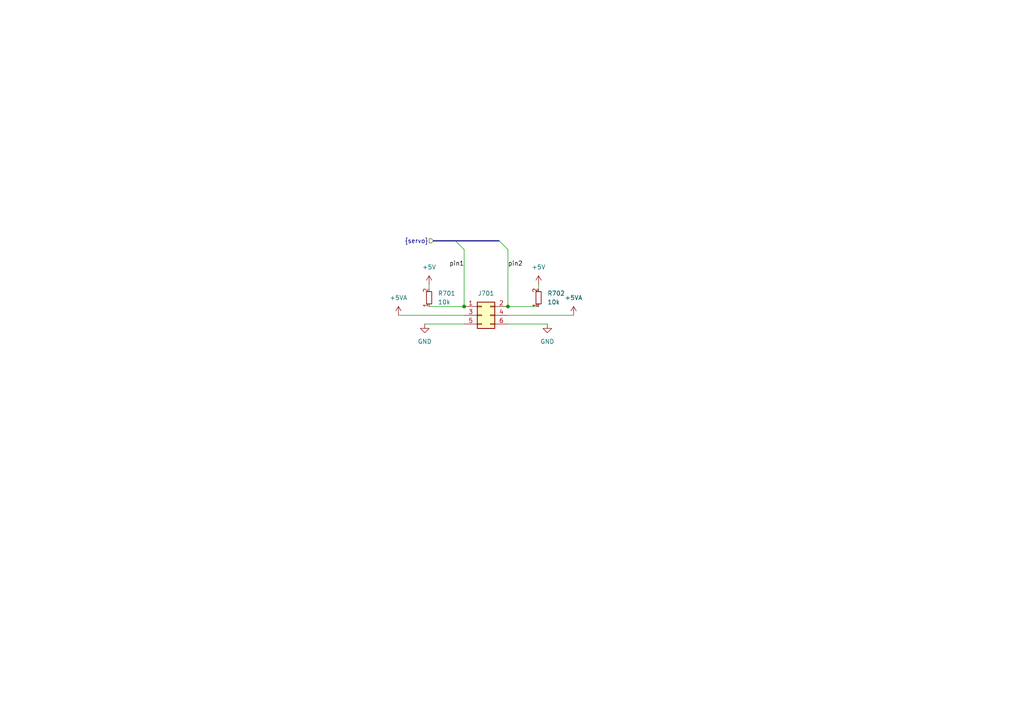
<source format=kicad_sch>
(kicad_sch (version 20231120) (generator "eeschema") (generator_version "8.0")
  (paper "A4")
  (lib_symbols
    (symbol "Connector_Generic:Conn_02x03_Odd_Even" (pin_names (offset 1.016) hide)
      (property "Reference" "J" (at 1.27 5.08 0))
      (property "Value" "Conn_02x03_Odd_Even" (at 1.27 -5.08 0))
      (symbol "Conn_02x03_Odd_Even_1_1"
        (rectangle (start -1.27 -2.413) (end 0 -2.667) (stroke (width 0.1524)))
        (rectangle (start -1.27 0.127) (end 0 -0.127) (stroke (width 0.1524)))
        (rectangle (start -1.27 2.667) (end 0 2.413) (stroke (width 0.1524)))
        (rectangle (start -1.27 3.81) (end 3.81 -3.81) (stroke (width 0.254)) (fill (type background)))
        (rectangle (start 3.81 -2.413) (end 2.54 -2.667) (stroke (width 0.1524)))
        (rectangle (start 3.81 0.127) (end 2.54 -0.127) (stroke (width 0.1524)))
        (rectangle (start 3.81 2.667) (end 2.54 2.413) (stroke (width 0.1524)))
        (pin passive line (at -5.08 2.54 0) (length 3.81) (name "Pin_1") (number "1"))
        (pin passive line (at 7.62 2.54 180) (length 3.81) (name "Pin_2") (number "2"))
        (pin passive line (at -5.08 0 0) (length 3.81) (name "Pin_3") (number "3"))
        (pin passive line (at 7.62 0 180) (length 3.81) (name "Pin_4") (number "4"))
        (pin passive line (at -5.08 -2.54 0) (length 3.81) (name "Pin_5") (number "5"))
        (pin passive line (at 7.62 -2.54 180) (length 3.81) (name "Pin_6") (number "6"))
      )
    )
    (symbol "power:+5V" (power) (pin_names (offset 0))
      (property "Value" "+5V" (at 0 3.556 0))
      (symbol "+5V_0_1"
        (polyline (pts (xy -0.762 1.27) (xy 0 2.54)))
        (polyline (pts (xy 0 0) (xy 0 2.54)))
        (polyline (pts (xy 0 2.54) (xy 0.762 1.27)))
      )
      (symbol "+5V_1_1"
        (pin power_in line (at 0 0 90) (length 0) hide (name "+5V") (number "1"))
      )
    )
    (symbol "power:+5VA" (power) (pin_names (offset 0))
      (property "Value" "+5VA" (at 0 3.556 0))
      (symbol "+5VA_0_1"
        (polyline (pts (xy -0.762 1.27) (xy 0 2.54)))
        (polyline (pts (xy 0 0) (xy 0 2.54)))
        (polyline (pts (xy 0 2.54) (xy 0.762 1.27)))
      )
      (symbol "+5VA_1_1"
        (pin power_in line (at 0 0 90) (length 0) hide (name "+5VA") (number "1"))
      )
    )
    (symbol "power:GND" (power) (pin_names (offset 0))
      (property "Value" "GND" (at 0 -3.81 0))
      (symbol "GND_0_1"
        (polyline (pts (xy 0 0) (xy 0 -1.27) (xy 1.27 -1.27) (xy 0 -2.54) (xy -1.27 -1.27) (xy 0 -1.27)))
      )
      (symbol "GND_1_1"
        (pin power_in line (at 0 0 270) (length 0) hide (name "GND") (number "1"))
      )
    )
    (symbol "resistors_0603:R_10k_0603"
      (property "Reference" "R" (at 1.27 2.54 0))
      (property "Value" "10k" (at 2.54 -2.54 0))
      (symbol "R_10k_0603_0_1"
        (rectangle (start -0.762 1.778) (end 0.762 -1.778) (stroke (width 0.2032)))
      )
      (symbol "R_10k_0603_1_1"
        (pin passive line (at 0 2.54 270) (length 0.762) (name "~") (number "1"))
        (pin passive line (at 0 -2.54 90) (length 0.762) (name "~") (number "2"))
      )
    )
  )
  (junction (at 147.32 88.9))
  (junction (at 134.62 88.9))
  (bus_entry (at 132.08 69.85) (size 2.54 2.54))
  (bus_entry (at 144.78 69.85) (size 2.54 2.54))
  (wire (pts (xy 134.62 93.98) (xy 123.19 93.98)))
  (wire (pts (xy 134.62 72.39) (xy 134.62 88.9)))
  (wire (pts (xy 147.32 88.9) (xy 156.21 88.9)))
  (wire (pts (xy 124.46 88.9) (xy 134.62 88.9)))
  (wire (pts (xy 156.21 82.55) (xy 156.21 83.82)))
  (wire (pts (xy 124.46 82.55) (xy 124.46 83.82)))
  (bus (pts (xy 144.78 69.85) (xy 132.08 69.85)))
  (wire (pts (xy 115.57 91.44) (xy 134.62 91.44)))
  (wire (pts (xy 147.32 72.39) (xy 147.32 88.9)))
  (wire (pts (xy 147.32 93.98) (xy 158.75 93.98)))
  (bus (pts (xy 132.08 69.85) (xy 125.73 69.85)))
  (wire (pts (xy 166.37 91.44) (xy 147.32 91.44)))
  (label "pin1" (at 134.62 77.47 180))
  (label "pin2" (at 147.32 77.47 0))
  (hierarchical_label "{servo}" (shape input) (at 125.73 69.85 180))
  (symbol (lib_id "power:GND") (at 158.75 93.98 0) (unit 1)
    (property "Reference" "#PWR0701" (effects (hide yes)))
    (property "Value" "GND" (at 158.75 99.06 0))
    (instances (project "OS-servoDriver" (path "" (reference "#PWR0701") (unit 1)) (path "" (reference "#PWR0801") (unit 1)) (path "" (reference "#PWR0901") (unit 1)) (path "" (reference "#PWR01001") (unit 1))))
  )
  (symbol (lib_id "power:+5VA") (at 166.37 91.44 0) (mirror y) (unit 1)
    (property "Reference" "#PWR0704" (effects (hide yes)))
    (property "Value" "+5VA" (at 166.37 86.36 0))
    (instances (project "OS-servoDriver" (path "" (reference "#PWR0704") (unit 1)) (path "" (reference "#PWR0804") (unit 1)) (path "" (reference "#PWR0904") (unit 1)) (path "" (reference "#PWR01004") (unit 1))))
  )
  (symbol (lib_id "Connector_Generic:Conn_02x03_Odd_Even") (at 139.7 91.44 0) (unit 1)
    (property "Reference" "J701" (at 140.97 85.09 0))
    (property "Value" "Conn_02x03_Odd_Even" (effects (hide yes)))
    (property "Footprint" "Connector_PinHeader_2.54mm:PinHeader_2x03_P2.54mm_Vertical" (effects (hide yes)))
    (property "JLCPCB Part#" "C65114" (effects (hide yes)))
    (instances (project "OS-servoDriver" (path "" (reference "J701") (unit 1)) (path "" (reference "J801") (unit 1)) (path "" (reference "J901") (unit 1)) (path "" (reference "J1001") (unit 1))))
  )
  (symbol (lib_id "power:+5V") (at 124.46 82.55 0) (unit 1)
    (property "Reference" "#PWR0705" (effects (hide yes)))
    (property "Value" "+5V" (at 124.46 77.47 0))
    (instances (project "OS-servoDriver" (path "" (reference "#PWR0705") (unit 1)) (path "" (reference "#PWR0805") (unit 1)) (path "" (reference "#PWR0905") (unit 1)) (path "" (reference "#PWR01005") (unit 1))))
  )
  (symbol (lib_id "resistors_0603:R_10k_0603") (at 156.21 86.36 180) (unit 1)
    (property "Reference" "R702" (at 158.75 85.09 0) (effects (justify right)))
    (property "Value" "10k" (at 158.75 87.63 0) (effects (justify right)))
    (property "Footprint" "custom_kicad_lib_sk:R_0603_smalltext" (effects (hide yes)))
    (property "JLCPCB Part#" "C25804" (effects (hide yes)))
    (instances (project "OS-servoDriver" (path "" (reference "R702") (unit 1)) (path "" (reference "R802") (unit 1)) (path "" (reference "R905") (unit 1)) (path "" (reference "R1005") (unit 1))))
  )
  (symbol (lib_id "power:+5VA") (at 115.57 91.44 0) (unit 1)
    (property "Reference" "#PWR0703" (effects (hide yes)))
    (property "Value" "+5VA" (at 115.57 86.36 0))
    (instances (project "OS-servoDriver" (path "" (reference "#PWR0703") (unit 1)) (path "" (reference "#PWR0803") (unit 1)) (path "" (reference "#PWR0903") (unit 1)) (path "" (reference "#PWR01003") (unit 1))))
  )
  (symbol (lib_id "power:GND") (at 123.19 93.98 0) (mirror y) (unit 1)
    (property "Reference" "#PWR0702" (effects (hide yes)))
    (property "Value" "GND" (at 123.19 99.06 0))
    (instances (project "OS-servoDriver" (path "" (reference "#PWR0702") (unit 1)) (path "" (reference "#PWR0802") (unit 1)) (path "" (reference "#PWR0902") (unit 1)) (path "" (reference "#PWR01002") (unit 1))))
  )
  (symbol (lib_id "resistors_0603:R_10k_0603") (at 124.46 86.36 180) (unit 1)
    (property "Reference" "R701" (at 127 85.09 0) (effects (justify right)))
    (property "Value" "10k" (at 127 87.63 0) (effects (justify right)))
    (property "Footprint" "custom_kicad_lib_sk:R_0603_smalltext" (effects (hide yes)))
    (property "JLCPCB Part#" "C25804" (effects (hide yes)))
    (instances (project "OS-servoDriver" (path "" (reference "R701") (unit 1)) (path "" (reference "R801") (unit 1)) (path "" (reference "R904") (unit 1)) (path "" (reference "R1004") (unit 1))))
  )
  (symbol (lib_id "power:+5V") (at 156.21 82.55 0) (unit 1)
    (property "Reference" "#PWR0706" (effects (hide yes)))
    (property "Value" "+5V" (at 156.21 77.47 0))
    (instances (project "OS-servoDriver" (path "" (reference "#PWR0706") (unit 1)) (path "" (reference "#PWR0806") (unit 1)) (path "" (reference "#PWR0906") (unit 1)) (path "" (reference "#PWR01006") (unit 1))))
  )
)
</source>
